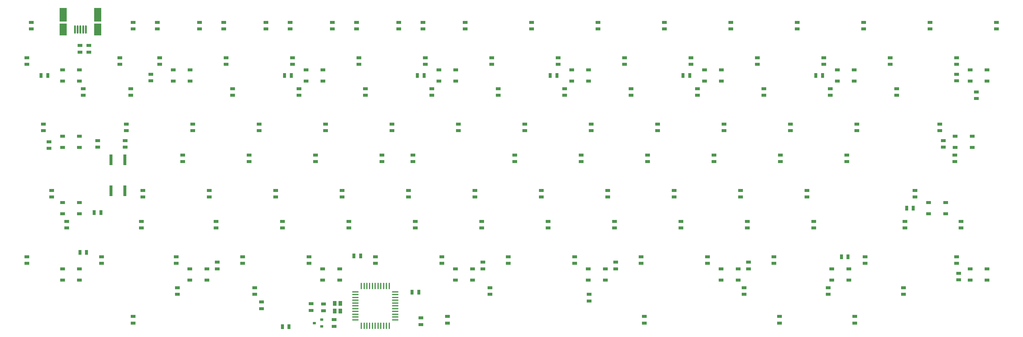
<source format=gbr>
G04 #@! TF.GenerationSoftware,KiCad,Pcbnew,(5.1.2-1)-1*
G04 #@! TF.CreationDate,2020-06-06T23:17:58+08:00*
G04 #@! TF.ProjectId,vim60,76696d36-302e-46b6-9963-61645f706362,rev?*
G04 #@! TF.SameCoordinates,Original*
G04 #@! TF.FileFunction,Paste,Bot*
G04 #@! TF.FilePolarity,Positive*
%FSLAX46Y46*%
G04 Gerber Fmt 4.6, Leading zero omitted, Abs format (unit mm)*
G04 Created by KiCad (PCBNEW (5.1.2-1)-1) date 2020-06-06 23:17:58*
%MOMM*%
%LPD*%
G04 APERTURE LIST*
%ADD10R,0.860000X0.660000*%
%ADD11R,1.357000X0.849000*%
%ADD12R,0.849000X1.357000*%
%ADD13R,1.460000X0.960000*%
%ADD14O,1.859920X0.366400*%
%ADD15O,0.366400X1.859920*%
%ADD16R,2.009780X3.960500*%
%ADD17R,2.009780X3.460120*%
%ADD18O,0.460400X2.460000*%
%ADD19R,0.960000X3.060000*%
%ADD20R,1.110620X1.359540*%
G04 APERTURE END LIST*
D10*
X151637700Y-193606400D03*
X153737700Y-194556400D03*
X153737700Y-192656400D03*
D11*
X154211700Y-188145400D03*
X154211700Y-190050400D03*
X150655700Y-189986900D03*
X150655700Y-188081900D03*
X182151700Y-192145900D03*
X182151700Y-194050900D03*
X106586700Y-107246400D03*
X106586700Y-109151400D03*
X125636700Y-107246400D03*
X125636700Y-109151400D03*
X144686700Y-107246400D03*
X144686700Y-109151400D03*
X163736700Y-107246400D03*
X163736700Y-109151400D03*
X182786700Y-107246400D03*
X182786700Y-109151400D03*
D12*
X164879700Y-174302400D03*
X162974700Y-174302400D03*
D11*
X199931700Y-176143900D03*
X199931700Y-178048900D03*
X238031700Y-176143900D03*
X238031700Y-178048900D03*
X276131700Y-176143900D03*
X276131700Y-178048900D03*
D12*
X304706700Y-174556400D03*
X302801700Y-174556400D03*
D11*
X336456700Y-179318900D03*
X336456700Y-181223900D03*
D12*
X321534200Y-160586400D03*
X323439200Y-160586400D03*
D11*
X332011700Y-141218900D03*
X332011700Y-143123900D03*
X335821700Y-122168900D03*
X335821700Y-124073900D03*
D12*
X297404200Y-122486400D03*
X295499200Y-122486400D03*
X257399200Y-122486400D03*
X259304200Y-122486400D03*
X219299200Y-122486400D03*
X221204200Y-122486400D03*
X183104200Y-122486400D03*
X181199200Y-122486400D03*
X143099200Y-122486400D03*
X145004200Y-122486400D03*
D11*
X104681700Y-124073900D03*
X104681700Y-122168900D03*
D12*
X73249200Y-122486400D03*
X75154200Y-122486400D03*
D11*
X89441700Y-143123900D03*
X89441700Y-141218900D03*
D12*
X90394200Y-161856400D03*
X88489200Y-161856400D03*
X86266700Y-173286400D03*
X84361700Y-173286400D03*
D11*
X123731700Y-178048900D03*
X123731700Y-176143900D03*
X69121700Y-119311400D03*
X69121700Y-117406400D03*
X73884199Y-136456400D03*
X73884199Y-138361400D03*
X76265499Y-155507800D03*
X76265499Y-157412800D03*
X69121700Y-174556500D03*
X69121700Y-176461500D03*
X95791700Y-119311400D03*
X95791700Y-117406400D03*
X90552900Y-174556500D03*
X90552900Y-176461500D03*
X99601700Y-193606400D03*
X99601700Y-191701400D03*
X107221700Y-117406400D03*
X107221700Y-119311400D03*
X97695300Y-136456400D03*
X97695300Y-138361400D03*
X102459199Y-157412800D03*
X102459199Y-155507800D03*
X111982800Y-176461500D03*
X111982800Y-174556500D03*
X126271700Y-117406400D03*
X126271700Y-119311400D03*
X116745300Y-136456400D03*
X116745300Y-138361400D03*
X121509199Y-157412800D03*
X121509199Y-155507800D03*
X131032800Y-176461500D03*
X131032800Y-174556500D03*
X136431700Y-187573900D03*
X136431700Y-189478900D03*
X145321700Y-117406400D03*
X145321700Y-119311400D03*
X135795300Y-136456400D03*
X135795300Y-138361400D03*
X140559199Y-157412800D03*
X140559199Y-155507800D03*
X150082800Y-176461500D03*
X150082800Y-174556500D03*
X164371700Y-117406400D03*
X164371700Y-119311400D03*
X154845300Y-136456400D03*
X154845300Y-138361400D03*
X159609199Y-157412800D03*
X159609199Y-155507800D03*
X169132800Y-176461500D03*
X169132800Y-174556500D03*
X183421700Y-117406400D03*
X183421700Y-119311400D03*
X173895300Y-136456400D03*
X173895300Y-138361400D03*
X178659199Y-157412800D03*
X178659199Y-155507800D03*
X188182800Y-176461500D03*
X188182800Y-174556500D03*
X189771700Y-191701400D03*
X189771700Y-193606400D03*
X202471700Y-117406400D03*
X202471700Y-119311400D03*
X192945300Y-136456400D03*
X192945300Y-138361400D03*
X197709199Y-157412800D03*
X197709199Y-155507800D03*
X207232800Y-176461500D03*
X207232800Y-174556500D03*
X221521700Y-117406400D03*
X221521700Y-119311400D03*
X211995300Y-136456400D03*
X211995300Y-138361400D03*
X216759199Y-157412800D03*
X216759199Y-155507800D03*
X226282800Y-176461500D03*
X226282800Y-174556500D03*
X240571700Y-117406400D03*
X240571700Y-119311400D03*
X231045300Y-136456400D03*
X231045300Y-138361400D03*
X235809199Y-157412800D03*
X235809199Y-155507800D03*
X245332800Y-176461500D03*
X245332800Y-174556500D03*
X259621700Y-117406400D03*
X259621700Y-119311400D03*
X250095300Y-136456400D03*
X250095300Y-138361400D03*
X254859199Y-157412800D03*
X254859199Y-155507800D03*
X264382800Y-176461500D03*
X264382800Y-174556500D03*
X246286700Y-191701400D03*
X246286700Y-193606400D03*
X278671700Y-117406400D03*
X278671700Y-119311400D03*
X269145300Y-138361400D03*
X269145300Y-136456400D03*
X273909199Y-157412800D03*
X273909199Y-155507800D03*
X283432800Y-176461500D03*
X283432800Y-174556500D03*
X285021700Y-191701400D03*
X285021700Y-193606400D03*
X297721700Y-117406400D03*
X297721700Y-119311400D03*
X288195300Y-136456400D03*
X288195300Y-138361400D03*
X292959199Y-157412800D03*
X292959199Y-155507800D03*
X306611700Y-191701400D03*
X306611700Y-193606400D03*
X316771700Y-117406400D03*
X316771700Y-119311400D03*
X307245300Y-136456400D03*
X307245300Y-138361400D03*
X323913000Y-157412800D03*
X323913000Y-155507800D03*
X309627000Y-174556500D03*
X309627000Y-176461500D03*
X335821700Y-117406400D03*
X335821700Y-119311400D03*
X331058000Y-136456400D03*
X331058000Y-138361400D03*
X335820000Y-176461500D03*
X335820000Y-174556500D03*
D13*
X153982800Y-181236500D03*
X153982800Y-178036500D03*
X158882800Y-181236500D03*
X158882800Y-178036500D03*
X196982800Y-178036500D03*
X196982800Y-181236500D03*
X192082800Y-178036500D03*
X192082800Y-181236500D03*
X230182800Y-181236400D03*
X230182800Y-178036400D03*
X235082800Y-181236400D03*
X235082800Y-178036400D03*
X268282800Y-181236400D03*
X268282800Y-178036400D03*
X273182800Y-181236400D03*
X273182800Y-178036400D03*
X304932800Y-178036500D03*
X304932800Y-181236500D03*
X300032800Y-178036500D03*
X300032800Y-181236500D03*
X339720000Y-181236500D03*
X339720000Y-178036500D03*
X344620000Y-181236500D03*
X344620000Y-178036500D03*
X332713000Y-158986400D03*
X332713000Y-162186400D03*
X327813000Y-158986400D03*
X327813000Y-162186400D03*
X335433000Y-143137800D03*
X335433000Y-139937800D03*
X340333000Y-143137800D03*
X340333000Y-139937800D03*
X344621700Y-120886400D03*
X344621700Y-124086400D03*
X339721700Y-120886400D03*
X339721700Y-124086400D03*
X301621700Y-124086400D03*
X301621700Y-120886400D03*
X306521700Y-124086400D03*
X306521700Y-120886400D03*
X263521700Y-124086400D03*
X263521700Y-120886400D03*
X268421700Y-124086400D03*
X268421700Y-120886400D03*
X230321700Y-120886400D03*
X230321700Y-124086400D03*
X225421700Y-120886400D03*
X225421700Y-124086400D03*
X192221700Y-120886400D03*
X192221700Y-124086400D03*
X187321700Y-120886400D03*
X187321700Y-124086400D03*
X149221700Y-124086400D03*
X149221700Y-120886400D03*
X154121700Y-124086400D03*
X154121700Y-120886400D03*
X116021700Y-120886400D03*
X116021700Y-124086400D03*
X111121700Y-120886400D03*
X111121700Y-124086400D03*
X79371700Y-124086400D03*
X79371700Y-120886400D03*
X84271700Y-124086400D03*
X84271700Y-120886400D03*
X84271700Y-139936500D03*
X84271700Y-143136500D03*
X79371700Y-139936500D03*
X79371700Y-143136500D03*
X79371700Y-162186500D03*
X79371700Y-158986500D03*
X84271700Y-162186500D03*
X84271700Y-158986500D03*
X84271700Y-178036400D03*
X84271700Y-181236400D03*
X79371700Y-178036400D03*
X79371700Y-181236400D03*
X115882800Y-181236500D03*
X115882800Y-178036500D03*
X120782800Y-181236500D03*
X120782800Y-178036500D03*
D14*
X174811100Y-188666100D03*
X174811100Y-189466200D03*
X174811100Y-190266300D03*
X174811100Y-191066400D03*
X174811100Y-191866500D03*
X174811100Y-192666600D03*
X174811100Y-187866000D03*
X174811100Y-187065900D03*
X174811100Y-186265800D03*
X174811100Y-185465700D03*
X174811100Y-184665600D03*
X163381100Y-188666100D03*
X163381100Y-189466200D03*
X163381100Y-190266300D03*
X163381100Y-191066400D03*
X163381100Y-191866500D03*
X163381100Y-192666600D03*
X163381100Y-187866000D03*
X163381100Y-187065900D03*
X163381100Y-186265800D03*
X163381100Y-185465700D03*
X163381100Y-184665600D03*
D15*
X169096100Y-194381100D03*
X169096100Y-182951100D03*
X168296000Y-194381100D03*
X168296000Y-182951100D03*
X167495900Y-182951100D03*
X167495900Y-194381100D03*
X166695800Y-194381100D03*
X166695800Y-182951100D03*
X165895700Y-182951100D03*
X165895700Y-194381100D03*
X165095600Y-194381100D03*
X165095600Y-182951100D03*
X169896200Y-182951100D03*
X169896200Y-194381100D03*
X170696300Y-194381100D03*
X170696300Y-182951100D03*
X171496400Y-182951100D03*
X171496400Y-194381100D03*
X172296500Y-194381100D03*
X172296500Y-182951100D03*
X173096600Y-182951100D03*
X173096600Y-194381100D03*
D16*
X89449260Y-105096630D03*
X79599140Y-105096630D03*
D17*
X79599140Y-109348590D03*
X89449260Y-109348590D03*
D18*
X84524200Y-109348550D03*
X83724100Y-109348550D03*
X82924000Y-109348550D03*
X85324300Y-109348550D03*
X86124400Y-109348550D03*
D11*
X157259700Y-192653900D03*
X157259700Y-194558900D03*
D12*
X142464200Y-194622400D03*
X144369200Y-194622400D03*
D11*
X70391700Y-107246400D03*
X70391700Y-109151400D03*
X85314199Y-126296400D03*
X85314199Y-128201400D03*
X75471700Y-143441400D03*
X75471700Y-141536400D03*
X80551700Y-164396500D03*
X80551700Y-166301500D03*
X99601700Y-107246400D03*
X99601700Y-109151400D03*
X101982900Y-164396500D03*
X101982900Y-166301500D03*
X112301700Y-185351530D03*
X112301700Y-183446530D03*
X118651700Y-107246400D03*
X118651700Y-109151400D03*
X98965300Y-128201400D03*
X98965300Y-126296400D03*
X113889199Y-147251400D03*
X113889199Y-145346400D03*
X123412800Y-166301400D03*
X123412800Y-164396400D03*
X137701700Y-107246400D03*
X137701700Y-109151400D03*
X128175300Y-128201400D03*
X128175300Y-126296400D03*
X132939199Y-147251400D03*
X132939199Y-145346400D03*
X142462800Y-166301500D03*
X142462800Y-164396500D03*
X134526700Y-185351530D03*
X134526700Y-183446530D03*
X156751700Y-107246400D03*
X156751700Y-109151400D03*
X147225300Y-128201400D03*
X147225300Y-126296400D03*
X151989199Y-147252800D03*
X151989199Y-145347800D03*
X161512800Y-166301400D03*
X161512800Y-164396400D03*
X175801700Y-107246400D03*
X175801700Y-109151400D03*
X166275300Y-128201400D03*
X166275300Y-126296400D03*
X171039199Y-147252800D03*
X171039199Y-145347800D03*
X180562800Y-166301500D03*
X180562800Y-164396500D03*
X194851700Y-107246400D03*
X194851700Y-109151400D03*
X185325300Y-128201400D03*
X185325300Y-126296400D03*
X179929199Y-147252800D03*
X179929199Y-145347800D03*
X199612800Y-166301500D03*
X199612800Y-164396500D03*
X201996000Y-185351400D03*
X201996000Y-183446400D03*
X213901700Y-107246400D03*
X213901700Y-109151400D03*
X204375300Y-128201400D03*
X204375300Y-126296400D03*
X209139199Y-147252800D03*
X209139199Y-145347800D03*
X218662800Y-166301400D03*
X218662800Y-164396400D03*
X232951700Y-107246400D03*
X232951700Y-109151400D03*
X223425300Y-126296400D03*
X223425300Y-128201400D03*
X228189199Y-147252800D03*
X228189199Y-145347800D03*
X237712800Y-164396500D03*
X237712800Y-166301500D03*
X252001700Y-107246400D03*
X252001700Y-109151400D03*
X242475300Y-128201400D03*
X242475300Y-126296400D03*
X247239199Y-145347800D03*
X247239199Y-147252800D03*
X256762800Y-166301400D03*
X256762800Y-164396400D03*
X271051700Y-107246400D03*
X271051700Y-109151400D03*
X261525300Y-126296400D03*
X261525300Y-128201400D03*
X266289199Y-147252800D03*
X266289199Y-145347800D03*
X275812800Y-164396400D03*
X275812800Y-166301400D03*
X274861700Y-185351400D03*
X274861700Y-183446400D03*
X290101700Y-107246400D03*
X290101700Y-109151400D03*
X280575300Y-126296400D03*
X280575300Y-128201400D03*
X285339199Y-147251400D03*
X285339199Y-145346400D03*
X294862800Y-166301500D03*
X294862800Y-164396500D03*
X298991700Y-183446530D03*
X298991700Y-185351530D03*
X309151700Y-107246400D03*
X309151700Y-109151400D03*
X299625300Y-128201400D03*
X299625300Y-126296400D03*
X304389199Y-145347800D03*
X304389199Y-147252800D03*
X320581700Y-185351530D03*
X320581700Y-183446530D03*
X328201700Y-107246400D03*
X328201700Y-109151400D03*
X318675300Y-128201400D03*
X318675300Y-126296400D03*
X335343000Y-145346400D03*
X335343000Y-147251400D03*
X321057000Y-164396500D03*
X321057000Y-166301500D03*
X347251700Y-109151400D03*
X347251700Y-107246400D03*
X84361700Y-113913900D03*
X84361700Y-115818900D03*
X86901700Y-113913900D03*
X86901700Y-115818900D03*
D12*
X179675200Y-184716400D03*
X181580200Y-184716400D03*
D11*
X97379200Y-143123900D03*
X97379200Y-141218900D03*
X230411700Y-185351400D03*
X230411700Y-187256400D03*
X341536700Y-129153900D03*
X341536700Y-127248900D03*
X337091700Y-164396400D03*
X337091700Y-166301400D03*
D19*
X93283584Y-146715200D03*
X97284084Y-155615200D03*
X93286084Y-155615200D03*
X97284084Y-146715200D03*
D20*
X159075800Y-190134220D03*
X159075800Y-187934580D03*
X157475600Y-190134220D03*
X157475600Y-187934580D03*
M02*

</source>
